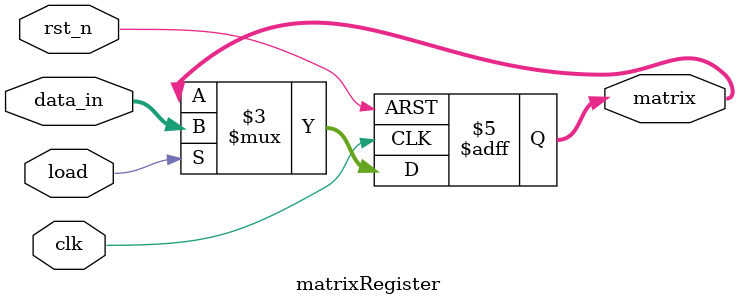
<source format=sv>
module matrixRegister (
    input logic clk,           // Clock signal
    input logic rst_n,         // Active low reset signal
    input logic [8:0] data_in, // 9-bit input to load the matrix
    input logic load,          // Control signal to load new data
    output logic [8:0] matrix  // 9-bit register representing the matrix
);

    // 9-bit register to store the matrix
    always_ff @(posedge clk or negedge rst_n) begin
        if (!rst_n) begin
            matrix <= 9'b0;  // Reset the matrix to 0 when rst_n is active low
        end
        else if (load) begin
            matrix <= data_in;  // Load new data when load signal is high
        end
    end
endmodule

</source>
